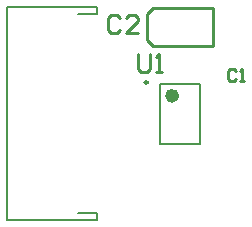
<source format=gto>
G04 Layer_Color=65535*
%FSAX24Y24*%
%MOIN*%
G70*
G01*
G75*
%ADD13C,0.0100*%
%ADD16C,0.0098*%
%ADD17C,0.0236*%
%ADD18C,0.0080*%
%ADD19C,0.0079*%
D13*
X053898Y022467D02*
X054094Y022270D01*
X053898Y023333D02*
X054095Y023530D01*
X053898Y022467D02*
Y023333D01*
X054095Y023530D02*
X056102Y023529D01*
X054094Y022270D02*
X056102D01*
Y023529D01*
X056867Y021433D02*
X056800Y021500D01*
X056667D01*
X056600Y021433D01*
Y021167D01*
X056667Y021100D01*
X056800D01*
X056867Y021167D01*
X057000Y021100D02*
X057133D01*
X057067D01*
Y021500D01*
X057000Y021433D01*
X053000Y023200D02*
X052900Y023300D01*
X052700D01*
X052600Y023200D01*
Y022800D01*
X052700Y022700D01*
X052900D01*
X053000Y022800D01*
X053600Y022700D02*
X053200D01*
X053600Y023100D01*
Y023200D01*
X053500Y023300D01*
X053300D01*
X053200Y023200D01*
X053600Y022000D02*
Y021500D01*
X053700Y021400D01*
X053900D01*
X054000Y021500D01*
Y022000D01*
X054200Y021400D02*
X054400D01*
X054300D01*
Y022000D01*
X054200Y021900D01*
D16*
X053917Y021053D02*
G03*
X053917Y021053I-000049J000000D01*
G01*
D17*
X054843Y020610D02*
G03*
X054843Y020610I-000118J000000D01*
G01*
D18*
X049230Y016454D02*
X052230D01*
X049230Y016457D02*
Y023583D01*
X052230D01*
Y016454D02*
Y016710D01*
Y023323D02*
Y023583D01*
X051600Y016710D02*
X052230D01*
X051600Y023323D02*
X052230D01*
D19*
X054331Y018996D02*
Y021004D01*
X055669Y018996D02*
Y021004D01*
X054331D02*
X055669D01*
X054331Y018996D02*
X055669D01*
M02*

</source>
